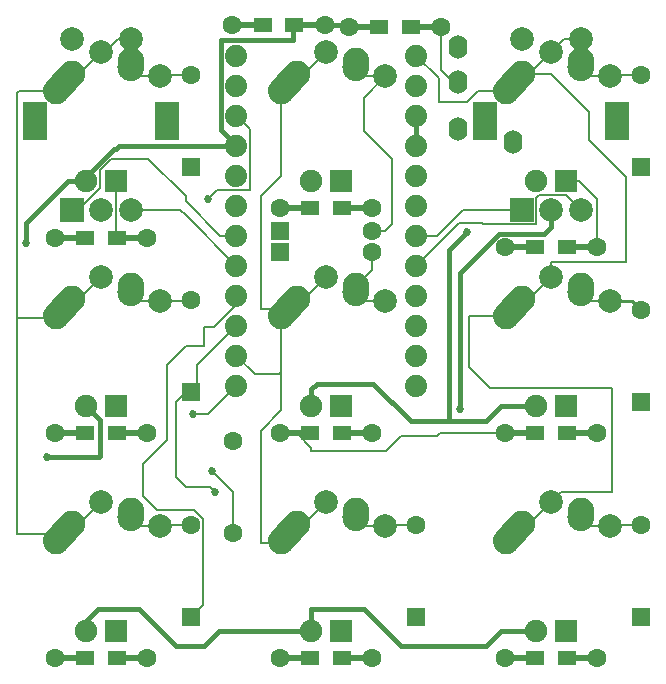
<source format=gtl>
%TF.GenerationSoftware,KiCad,Pcbnew,(5.1.6)-1*%
%TF.CreationDate,2020-12-18T23:07:10-06:00*%
%TF.ProjectId,macropad_3x3,6d616372-6f70-4616-945f-3378332e6b69,rev?*%
%TF.SameCoordinates,Original*%
%TF.FileFunction,Copper,L1,Top*%
%TF.FilePolarity,Positive*%
%FSLAX46Y46*%
G04 Gerber Fmt 4.6, Leading zero omitted, Abs format (unit mm)*
G04 Created by KiCad (PCBNEW (5.1.6)-1) date 2020-12-18 23:07:10*
%MOMM*%
%LPD*%
G01*
G04 APERTURE LIST*
%TA.AperFunction,ComponentPad*%
%ADD10C,2.000000*%
%TD*%
%TA.AperFunction,WasherPad*%
%ADD11R,2.000000X3.200000*%
%TD*%
%TA.AperFunction,ComponentPad*%
%ADD12R,2.000000X2.000000*%
%TD*%
%TA.AperFunction,ComponentPad*%
%ADD13C,1.600000*%
%TD*%
%TA.AperFunction,Conductor*%
%ADD14R,2.900000X0.500000*%
%TD*%
%TA.AperFunction,SMDPad,CuDef*%
%ADD15R,1.500000X1.200000*%
%TD*%
%TA.AperFunction,ComponentPad*%
%ADD16C,2.250000*%
%TD*%
%TA.AperFunction,ComponentPad*%
%ADD17C,1.905000*%
%TD*%
%TA.AperFunction,ComponentPad*%
%ADD18R,1.905000X1.905000*%
%TD*%
%TA.AperFunction,ComponentPad*%
%ADD19R,1.600000X1.600000*%
%TD*%
%TA.AperFunction,ComponentPad*%
%ADD20O,1.600000X2.000000*%
%TD*%
%TA.AperFunction,ComponentPad*%
%ADD21C,1.879600*%
%TD*%
%TA.AperFunction,ViaPad*%
%ADD22C,0.685800*%
%TD*%
%TA.AperFunction,Conductor*%
%ADD23C,0.152400*%
%TD*%
%TA.AperFunction,Conductor*%
%ADD24C,0.254000*%
%TD*%
%TA.AperFunction,Conductor*%
%ADD25C,0.381000*%
%TD*%
G04 APERTURE END LIST*
D10*
%TO.P,RE2,S1*%
%TO.N,col2*%
X72350000Y-24750000D03*
%TO.P,RE2,S2*%
%TO.N,Net-(D3-Pad2)*%
X67350000Y-24750000D03*
D11*
%TO.P,RE2,*%
%TO.N,*%
X75450000Y-31750000D03*
X64250000Y-31750000D03*
D10*
%TO.P,RE2,B*%
%TO.N,encoder2b*%
X72350000Y-39250000D03*
%TO.P,RE2,C*%
%TO.N,GND*%
X69850000Y-39250000D03*
D12*
%TO.P,RE2,A*%
%TO.N,encoder2a*%
X67350000Y-39250000D03*
%TD*%
D13*
%TO.P,R11,1*%
%TO.N,VCC*%
X52705000Y-23812500D03*
%TO.P,R11,2*%
%TO.N,SDA*%
X60505000Y-23812500D03*
D14*
%TD*%
%TO.N,VCC*%
%TO.C,R11*%
X54105000Y-23812500D03*
D15*
%TO.P,R11,1*%
%TO.N,VCC*%
X55255000Y-23812500D03*
%TO.P,R11,2*%
%TO.N,SDA*%
X57955000Y-23812500D03*
D14*
%TD*%
%TO.N,SDA*%
%TO.C,R11*%
X59105000Y-23812500D03*
D13*
%TO.P,R10,1*%
%TO.N,VCC*%
X50662500Y-23622000D03*
%TO.P,R10,2*%
%TO.N,SCL*%
X42862500Y-23622000D03*
D14*
%TD*%
%TO.N,VCC*%
%TO.C,R10*%
X49262500Y-23622000D03*
D15*
%TO.P,R10,1*%
%TO.N,VCC*%
X48112500Y-23622000D03*
%TO.P,R10,2*%
%TO.N,SCL*%
X45412500Y-23622000D03*
D14*
%TD*%
%TO.N,SCL*%
%TO.C,R10*%
X44262500Y-23622000D03*
D13*
%TO.P,R9,1*%
%TO.N,LEDsOut*%
X65950000Y-77216000D03*
%TO.P,R9,2*%
%TO.N,Net-(MX9-Pad4)*%
X73750000Y-77216000D03*
D14*
%TD*%
%TO.N,LEDsOut*%
%TO.C,R9*%
X67350000Y-77216000D03*
D15*
%TO.P,R9,1*%
%TO.N,LEDsOut*%
X68500000Y-77216000D03*
%TO.P,R9,2*%
%TO.N,Net-(MX9-Pad4)*%
X71200000Y-77216000D03*
D14*
%TD*%
%TO.N,Net-(MX9-Pad4)*%
%TO.C,R9*%
X72350000Y-77216000D03*
D13*
%TO.P,R8,1*%
%TO.N,LEDsOut*%
X46900000Y-77216000D03*
%TO.P,R8,2*%
%TO.N,Net-(MX8-Pad4)*%
X54700000Y-77216000D03*
D14*
%TD*%
%TO.N,LEDsOut*%
%TO.C,R8*%
X48300000Y-77216000D03*
D15*
%TO.P,R8,1*%
%TO.N,LEDsOut*%
X49450000Y-77216000D03*
%TO.P,R8,2*%
%TO.N,Net-(MX8-Pad4)*%
X52150000Y-77216000D03*
D14*
%TD*%
%TO.N,Net-(MX8-Pad4)*%
%TO.C,R8*%
X53300000Y-77216000D03*
D13*
%TO.P,R7,1*%
%TO.N,LEDsOut*%
X27850000Y-77216000D03*
%TO.P,R7,2*%
%TO.N,Net-(MX7-Pad4)*%
X35650000Y-77216000D03*
D14*
%TD*%
%TO.N,LEDsOut*%
%TO.C,R7*%
X29250000Y-77216000D03*
D15*
%TO.P,R7,1*%
%TO.N,LEDsOut*%
X30400000Y-77216000D03*
%TO.P,R7,2*%
%TO.N,Net-(MX7-Pad4)*%
X33100000Y-77216000D03*
D14*
%TD*%
%TO.N,Net-(MX7-Pad4)*%
%TO.C,R7*%
X34250000Y-77216000D03*
D13*
%TO.P,R6,1*%
%TO.N,LEDsOut*%
X65950000Y-58166000D03*
%TO.P,R6,2*%
%TO.N,Net-(MX6-Pad4)*%
X73750000Y-58166000D03*
D14*
%TD*%
%TO.N,LEDsOut*%
%TO.C,R6*%
X67350000Y-58166000D03*
D15*
%TO.P,R6,1*%
%TO.N,LEDsOut*%
X68500000Y-58166000D03*
%TO.P,R6,2*%
%TO.N,Net-(MX6-Pad4)*%
X71200000Y-58166000D03*
D14*
%TD*%
%TO.N,Net-(MX6-Pad4)*%
%TO.C,R6*%
X72350000Y-58166000D03*
D13*
%TO.P,R5,1*%
%TO.N,LEDsOut*%
X46900000Y-58166000D03*
%TO.P,R5,2*%
%TO.N,Net-(MX5-Pad4)*%
X54700000Y-58166000D03*
D14*
%TD*%
%TO.N,LEDsOut*%
%TO.C,R5*%
X48300000Y-58166000D03*
D15*
%TO.P,R5,1*%
%TO.N,LEDsOut*%
X49450000Y-58166000D03*
%TO.P,R5,2*%
%TO.N,Net-(MX5-Pad4)*%
X52150000Y-58166000D03*
D14*
%TD*%
%TO.N,Net-(MX5-Pad4)*%
%TO.C,R5*%
X53300000Y-58166000D03*
D13*
%TO.P,R4,1*%
%TO.N,LEDsOut*%
X27850000Y-58166000D03*
%TO.P,R4,2*%
%TO.N,Net-(MX4-Pad4)*%
X35650000Y-58166000D03*
D14*
%TD*%
%TO.N,LEDsOut*%
%TO.C,R4*%
X29250000Y-58166000D03*
D15*
%TO.P,R4,1*%
%TO.N,LEDsOut*%
X30400000Y-58166000D03*
%TO.P,R4,2*%
%TO.N,Net-(MX4-Pad4)*%
X33100000Y-58166000D03*
D14*
%TD*%
%TO.N,Net-(MX4-Pad4)*%
%TO.C,R4*%
X34250000Y-58166000D03*
D13*
%TO.P,R3,1*%
%TO.N,LEDsOut*%
X65950000Y-42418000D03*
%TO.P,R3,2*%
%TO.N,Net-(MX3-Pad4)*%
X73750000Y-42418000D03*
D14*
%TD*%
%TO.N,LEDsOut*%
%TO.C,R3*%
X67350000Y-42418000D03*
D15*
%TO.P,R3,1*%
%TO.N,LEDsOut*%
X68500000Y-42418000D03*
%TO.P,R3,2*%
%TO.N,Net-(MX3-Pad4)*%
X71200000Y-42418000D03*
D14*
%TD*%
%TO.N,Net-(MX3-Pad4)*%
%TO.C,R3*%
X72350000Y-42418000D03*
D13*
%TO.P,R2,1*%
%TO.N,LEDsOut*%
X46900000Y-39116000D03*
%TO.P,R2,2*%
%TO.N,Net-(MX2-Pad4)*%
X54700000Y-39116000D03*
D14*
%TD*%
%TO.N,LEDsOut*%
%TO.C,R2*%
X48300000Y-39116000D03*
D15*
%TO.P,R2,1*%
%TO.N,LEDsOut*%
X49450000Y-39116000D03*
%TO.P,R2,2*%
%TO.N,Net-(MX2-Pad4)*%
X52150000Y-39116000D03*
D14*
%TD*%
%TO.N,Net-(MX2-Pad4)*%
%TO.C,R2*%
X53300000Y-39116000D03*
D13*
%TO.P,R1,1*%
%TO.N,LEDsOut*%
X27850000Y-41656000D03*
%TO.P,R1,2*%
%TO.N,Net-(MX1-Pad4)*%
X35650000Y-41656000D03*
D14*
%TD*%
%TO.N,LEDsOut*%
%TO.C,R1*%
X29250000Y-41656000D03*
D15*
%TO.P,R1,1*%
%TO.N,LEDsOut*%
X30400000Y-41656000D03*
%TO.P,R1,2*%
%TO.N,Net-(MX1-Pad4)*%
X33100000Y-41656000D03*
D14*
%TD*%
%TO.N,Net-(MX1-Pad4)*%
%TO.C,R1*%
X34250000Y-41656000D03*
D13*
%TO.P,RQ1,2*%
%TO.N,GND*%
X42926000Y-58801000D03*
%TO.P,RQ1,1*%
%TO.N,LEDs*%
X42926000Y-66601000D03*
%TD*%
%TO.P,MX6,2*%
%TO.N,Net-(D6-Pad2)*%
%TA.AperFunction,ComponentPad*%
G36*
G01*
X72273483Y-47422395D02*
X72273483Y-47422395D01*
G75*
G02*
X71227605Y-46223483I76517J1122395D01*
G01*
X71267147Y-45643451D01*
G75*
G02*
X72466059Y-44597573I1122395J-76517D01*
G01*
X72466059Y-44597573D01*
G75*
G02*
X73511937Y-45796485I-76517J-1122395D01*
G01*
X73472395Y-46376517D01*
G75*
G02*
X72273483Y-47422395I-1122395J76517D01*
G01*
G37*
%TD.AperFunction*%
D16*
X72390000Y-45720000D03*
%TO.P,MX6,1*%
%TO.N,col2*%
%TA.AperFunction,ComponentPad*%
G36*
G01*
X65288688Y-49097351D02*
X65288688Y-49097350D01*
G75*
G02*
X65202650Y-47508688I751312J837350D01*
G01*
X66512640Y-46048680D01*
G75*
G02*
X68101302Y-45962642I837350J-751312D01*
G01*
X68101302Y-45962642D01*
G75*
G02*
X68187340Y-47551304I-751312J-837350D01*
G01*
X66877350Y-49011312D01*
G75*
G02*
X65288688Y-49097350I-837350J751312D01*
G01*
G37*
%TD.AperFunction*%
X67350000Y-46800000D03*
D10*
%TO.P,MX6,2*%
%TO.N,Net-(D6-Pad2)*%
X74850000Y-47000000D03*
%TO.P,MX6,1*%
%TO.N,col2*%
X69850000Y-44900000D03*
D17*
%TO.P,MX6,3*%
%TO.N,VCC*%
X68580000Y-55880000D03*
D18*
%TO.P,MX6,4*%
%TO.N,Net-(MX6-Pad4)*%
X71120000Y-55880000D03*
%TD*%
%TO.P,MX9,2*%
%TO.N,Net-(D9-Pad2)*%
%TA.AperFunction,ComponentPad*%
G36*
G01*
X72273483Y-66472395D02*
X72273483Y-66472395D01*
G75*
G02*
X71227605Y-65273483I76517J1122395D01*
G01*
X71267147Y-64693451D01*
G75*
G02*
X72466059Y-63647573I1122395J-76517D01*
G01*
X72466059Y-63647573D01*
G75*
G02*
X73511937Y-64846485I-76517J-1122395D01*
G01*
X73472395Y-65426517D01*
G75*
G02*
X72273483Y-66472395I-1122395J76517D01*
G01*
G37*
%TD.AperFunction*%
D16*
X72390000Y-64770000D03*
%TO.P,MX9,1*%
%TO.N,col2*%
%TA.AperFunction,ComponentPad*%
G36*
G01*
X65288688Y-68147351D02*
X65288688Y-68147350D01*
G75*
G02*
X65202650Y-66558688I751312J837350D01*
G01*
X66512640Y-65098680D01*
G75*
G02*
X68101302Y-65012642I837350J-751312D01*
G01*
X68101302Y-65012642D01*
G75*
G02*
X68187340Y-66601304I-751312J-837350D01*
G01*
X66877350Y-68061312D01*
G75*
G02*
X65288688Y-68147350I-837350J751312D01*
G01*
G37*
%TD.AperFunction*%
X67350000Y-65850000D03*
D10*
%TO.P,MX9,2*%
%TO.N,Net-(D9-Pad2)*%
X74850000Y-66050000D03*
%TO.P,MX9,1*%
%TO.N,col2*%
X69850000Y-63950000D03*
D17*
%TO.P,MX9,3*%
%TO.N,VCC*%
X68580000Y-74930000D03*
D18*
%TO.P,MX9,4*%
%TO.N,Net-(MX9-Pad4)*%
X71120000Y-74930000D03*
%TD*%
%TO.P,MX8,2*%
%TO.N,Net-(D8-Pad2)*%
%TA.AperFunction,ComponentPad*%
G36*
G01*
X53223483Y-66472395D02*
X53223483Y-66472395D01*
G75*
G02*
X52177605Y-65273483I76517J1122395D01*
G01*
X52217147Y-64693451D01*
G75*
G02*
X53416059Y-63647573I1122395J-76517D01*
G01*
X53416059Y-63647573D01*
G75*
G02*
X54461937Y-64846485I-76517J-1122395D01*
G01*
X54422395Y-65426517D01*
G75*
G02*
X53223483Y-66472395I-1122395J76517D01*
G01*
G37*
%TD.AperFunction*%
D16*
X53340000Y-64770000D03*
%TO.P,MX8,1*%
%TO.N,col1*%
%TA.AperFunction,ComponentPad*%
G36*
G01*
X46238688Y-68147351D02*
X46238688Y-68147350D01*
G75*
G02*
X46152650Y-66558688I751312J837350D01*
G01*
X47462640Y-65098680D01*
G75*
G02*
X49051302Y-65012642I837350J-751312D01*
G01*
X49051302Y-65012642D01*
G75*
G02*
X49137340Y-66601304I-751312J-837350D01*
G01*
X47827350Y-68061312D01*
G75*
G02*
X46238688Y-68147350I-837350J751312D01*
G01*
G37*
%TD.AperFunction*%
X48300000Y-65850000D03*
D10*
%TO.P,MX8,2*%
%TO.N,Net-(D8-Pad2)*%
X55800000Y-66050000D03*
%TO.P,MX8,1*%
%TO.N,col1*%
X50800000Y-63950000D03*
D17*
%TO.P,MX8,3*%
%TO.N,VCC*%
X49530000Y-74930000D03*
D18*
%TO.P,MX8,4*%
%TO.N,Net-(MX8-Pad4)*%
X52070000Y-74930000D03*
%TD*%
%TO.P,MX7,2*%
%TO.N,Net-(D7-Pad2)*%
%TA.AperFunction,ComponentPad*%
G36*
G01*
X34173483Y-66472395D02*
X34173483Y-66472395D01*
G75*
G02*
X33127605Y-65273483I76517J1122395D01*
G01*
X33167147Y-64693451D01*
G75*
G02*
X34366059Y-63647573I1122395J-76517D01*
G01*
X34366059Y-63647573D01*
G75*
G02*
X35411937Y-64846485I-76517J-1122395D01*
G01*
X35372395Y-65426517D01*
G75*
G02*
X34173483Y-66472395I-1122395J76517D01*
G01*
G37*
%TD.AperFunction*%
D16*
X34290000Y-64770000D03*
%TO.P,MX7,1*%
%TO.N,col0*%
%TA.AperFunction,ComponentPad*%
G36*
G01*
X27188688Y-68147351D02*
X27188688Y-68147350D01*
G75*
G02*
X27102650Y-66558688I751312J837350D01*
G01*
X28412640Y-65098680D01*
G75*
G02*
X30001302Y-65012642I837350J-751312D01*
G01*
X30001302Y-65012642D01*
G75*
G02*
X30087340Y-66601304I-751312J-837350D01*
G01*
X28777350Y-68061312D01*
G75*
G02*
X27188688Y-68147350I-837350J751312D01*
G01*
G37*
%TD.AperFunction*%
X29250000Y-65850000D03*
D10*
%TO.P,MX7,2*%
%TO.N,Net-(D7-Pad2)*%
X36750000Y-66050000D03*
%TO.P,MX7,1*%
%TO.N,col0*%
X31750000Y-63950000D03*
D17*
%TO.P,MX7,3*%
%TO.N,VCC*%
X30480000Y-74930000D03*
D18*
%TO.P,MX7,4*%
%TO.N,Net-(MX7-Pad4)*%
X33020000Y-74930000D03*
%TD*%
%TO.P,MX5,2*%
%TO.N,Net-(D5-Pad2)*%
%TA.AperFunction,ComponentPad*%
G36*
G01*
X53223483Y-47422395D02*
X53223483Y-47422395D01*
G75*
G02*
X52177605Y-46223483I76517J1122395D01*
G01*
X52217147Y-45643451D01*
G75*
G02*
X53416059Y-44597573I1122395J-76517D01*
G01*
X53416059Y-44597573D01*
G75*
G02*
X54461937Y-45796485I-76517J-1122395D01*
G01*
X54422395Y-46376517D01*
G75*
G02*
X53223483Y-47422395I-1122395J76517D01*
G01*
G37*
%TD.AperFunction*%
D16*
X53340000Y-45720000D03*
%TO.P,MX5,1*%
%TO.N,col1*%
%TA.AperFunction,ComponentPad*%
G36*
G01*
X46238688Y-49097351D02*
X46238688Y-49097350D01*
G75*
G02*
X46152650Y-47508688I751312J837350D01*
G01*
X47462640Y-46048680D01*
G75*
G02*
X49051302Y-45962642I837350J-751312D01*
G01*
X49051302Y-45962642D01*
G75*
G02*
X49137340Y-47551304I-751312J-837350D01*
G01*
X47827350Y-49011312D01*
G75*
G02*
X46238688Y-49097350I-837350J751312D01*
G01*
G37*
%TD.AperFunction*%
X48300000Y-46800000D03*
D10*
%TO.P,MX5,2*%
%TO.N,Net-(D5-Pad2)*%
X55800000Y-47000000D03*
%TO.P,MX5,1*%
%TO.N,col1*%
X50800000Y-44900000D03*
D17*
%TO.P,MX5,3*%
%TO.N,VCC*%
X49530000Y-55880000D03*
D18*
%TO.P,MX5,4*%
%TO.N,Net-(MX5-Pad4)*%
X52070000Y-55880000D03*
%TD*%
%TO.P,MX4,2*%
%TO.N,Net-(D4-Pad2)*%
%TA.AperFunction,ComponentPad*%
G36*
G01*
X34173483Y-47422395D02*
X34173483Y-47422395D01*
G75*
G02*
X33127605Y-46223483I76517J1122395D01*
G01*
X33167147Y-45643451D01*
G75*
G02*
X34366059Y-44597573I1122395J-76517D01*
G01*
X34366059Y-44597573D01*
G75*
G02*
X35411937Y-45796485I-76517J-1122395D01*
G01*
X35372395Y-46376517D01*
G75*
G02*
X34173483Y-47422395I-1122395J76517D01*
G01*
G37*
%TD.AperFunction*%
D16*
X34290000Y-45720000D03*
%TO.P,MX4,1*%
%TO.N,col0*%
%TA.AperFunction,ComponentPad*%
G36*
G01*
X27188688Y-49097351D02*
X27188688Y-49097350D01*
G75*
G02*
X27102650Y-47508688I751312J837350D01*
G01*
X28412640Y-46048680D01*
G75*
G02*
X30001302Y-45962642I837350J-751312D01*
G01*
X30001302Y-45962642D01*
G75*
G02*
X30087340Y-47551304I-751312J-837350D01*
G01*
X28777350Y-49011312D01*
G75*
G02*
X27188688Y-49097350I-837350J751312D01*
G01*
G37*
%TD.AperFunction*%
X29250000Y-46800000D03*
D10*
%TO.P,MX4,2*%
%TO.N,Net-(D4-Pad2)*%
X36750000Y-47000000D03*
%TO.P,MX4,1*%
%TO.N,col0*%
X31750000Y-44900000D03*
D17*
%TO.P,MX4,3*%
%TO.N,VCC*%
X30480000Y-55880000D03*
D18*
%TO.P,MX4,4*%
%TO.N,Net-(MX4-Pad4)*%
X33020000Y-55880000D03*
%TD*%
%TO.P,MX3,2*%
%TO.N,Net-(D3-Pad2)*%
%TA.AperFunction,ComponentPad*%
G36*
G01*
X72273483Y-28372395D02*
X72273483Y-28372395D01*
G75*
G02*
X71227605Y-27173483I76517J1122395D01*
G01*
X71267147Y-26593451D01*
G75*
G02*
X72466059Y-25547573I1122395J-76517D01*
G01*
X72466059Y-25547573D01*
G75*
G02*
X73511937Y-26746485I-76517J-1122395D01*
G01*
X73472395Y-27326517D01*
G75*
G02*
X72273483Y-28372395I-1122395J76517D01*
G01*
G37*
%TD.AperFunction*%
D16*
X72390000Y-26670000D03*
%TO.P,MX3,1*%
%TO.N,col2*%
%TA.AperFunction,ComponentPad*%
G36*
G01*
X65288688Y-30047351D02*
X65288688Y-30047350D01*
G75*
G02*
X65202650Y-28458688I751312J837350D01*
G01*
X66512640Y-26998680D01*
G75*
G02*
X68101302Y-26912642I837350J-751312D01*
G01*
X68101302Y-26912642D01*
G75*
G02*
X68187340Y-28501304I-751312J-837350D01*
G01*
X66877350Y-29961312D01*
G75*
G02*
X65288688Y-30047350I-837350J751312D01*
G01*
G37*
%TD.AperFunction*%
X67350000Y-27750000D03*
D10*
%TO.P,MX3,2*%
%TO.N,Net-(D3-Pad2)*%
X74850000Y-27950000D03*
%TO.P,MX3,1*%
%TO.N,col2*%
X69850000Y-25850000D03*
D17*
%TO.P,MX3,3*%
%TO.N,VCC*%
X68580000Y-36830000D03*
D18*
%TO.P,MX3,4*%
%TO.N,Net-(MX3-Pad4)*%
X71120000Y-36830000D03*
%TD*%
%TO.P,MX2,2*%
%TO.N,Net-(D2-Pad2)*%
%TA.AperFunction,ComponentPad*%
G36*
G01*
X53223483Y-28372395D02*
X53223483Y-28372395D01*
G75*
G02*
X52177605Y-27173483I76517J1122395D01*
G01*
X52217147Y-26593451D01*
G75*
G02*
X53416059Y-25547573I1122395J-76517D01*
G01*
X53416059Y-25547573D01*
G75*
G02*
X54461937Y-26746485I-76517J-1122395D01*
G01*
X54422395Y-27326517D01*
G75*
G02*
X53223483Y-28372395I-1122395J76517D01*
G01*
G37*
%TD.AperFunction*%
D16*
X53340000Y-26670000D03*
%TO.P,MX2,1*%
%TO.N,col1*%
%TA.AperFunction,ComponentPad*%
G36*
G01*
X46238688Y-30047351D02*
X46238688Y-30047350D01*
G75*
G02*
X46152650Y-28458688I751312J837350D01*
G01*
X47462640Y-26998680D01*
G75*
G02*
X49051302Y-26912642I837350J-751312D01*
G01*
X49051302Y-26912642D01*
G75*
G02*
X49137340Y-28501304I-751312J-837350D01*
G01*
X47827350Y-29961312D01*
G75*
G02*
X46238688Y-30047350I-837350J751312D01*
G01*
G37*
%TD.AperFunction*%
X48300000Y-27750000D03*
D10*
%TO.P,MX2,2*%
%TO.N,Net-(D2-Pad2)*%
X55800000Y-27950000D03*
%TO.P,MX2,1*%
%TO.N,col1*%
X50800000Y-25850000D03*
D17*
%TO.P,MX2,3*%
%TO.N,VCC*%
X49530000Y-36830000D03*
D18*
%TO.P,MX2,4*%
%TO.N,Net-(MX2-Pad4)*%
X52070000Y-36830000D03*
%TD*%
%TO.P,MX1,2*%
%TO.N,Net-(D1-Pad2)*%
%TA.AperFunction,ComponentPad*%
G36*
G01*
X34173483Y-28372395D02*
X34173483Y-28372395D01*
G75*
G02*
X33127605Y-27173483I76517J1122395D01*
G01*
X33167147Y-26593451D01*
G75*
G02*
X34366059Y-25547573I1122395J-76517D01*
G01*
X34366059Y-25547573D01*
G75*
G02*
X35411937Y-26746485I-76517J-1122395D01*
G01*
X35372395Y-27326517D01*
G75*
G02*
X34173483Y-28372395I-1122395J76517D01*
G01*
G37*
%TD.AperFunction*%
D16*
X34290000Y-26670000D03*
%TO.P,MX1,1*%
%TO.N,col0*%
%TA.AperFunction,ComponentPad*%
G36*
G01*
X27188688Y-30047351D02*
X27188688Y-30047350D01*
G75*
G02*
X27102650Y-28458688I751312J837350D01*
G01*
X28412640Y-26998680D01*
G75*
G02*
X30001302Y-26912642I837350J-751312D01*
G01*
X30001302Y-26912642D01*
G75*
G02*
X30087340Y-28501304I-751312J-837350D01*
G01*
X28777350Y-29961312D01*
G75*
G02*
X27188688Y-30047350I-837350J751312D01*
G01*
G37*
%TD.AperFunction*%
X29250000Y-27750000D03*
D10*
%TO.P,MX1,2*%
%TO.N,Net-(D1-Pad2)*%
X36750000Y-27950000D03*
%TO.P,MX1,1*%
%TO.N,col0*%
X31750000Y-25850000D03*
D17*
%TO.P,MX1,3*%
%TO.N,VCC*%
X30480000Y-36830000D03*
D18*
%TO.P,MX1,4*%
%TO.N,Net-(MX1-Pad4)*%
X33020000Y-36830000D03*
%TD*%
D19*
%TO.P,D9,1*%
%TO.N,row2*%
X77470000Y-73750000D03*
D13*
%TO.P,D9,2*%
%TO.N,Net-(D9-Pad2)*%
X77470000Y-65950000D03*
%TD*%
D19*
%TO.P,D8,1*%
%TO.N,row2*%
X58420000Y-73750000D03*
D13*
%TO.P,D8,2*%
%TO.N,Net-(D8-Pad2)*%
X58420000Y-65950000D03*
%TD*%
D19*
%TO.P,D7,1*%
%TO.N,row2*%
X39370000Y-73750000D03*
D13*
%TO.P,D7,2*%
%TO.N,Net-(D7-Pad2)*%
X39370000Y-65950000D03*
%TD*%
D19*
%TO.P,D6,1*%
%TO.N,row1*%
X77470000Y-55562500D03*
D13*
%TO.P,D6,2*%
%TO.N,Net-(D6-Pad2)*%
X77470000Y-47762500D03*
%TD*%
D19*
%TO.P,D5,1*%
%TO.N,row1*%
X46900000Y-42862500D03*
D13*
%TO.P,D5,2*%
%TO.N,Net-(D5-Pad2)*%
X54700000Y-42862500D03*
%TD*%
D19*
%TO.P,D4,1*%
%TO.N,row1*%
X39370000Y-54700000D03*
D13*
%TO.P,D4,2*%
%TO.N,Net-(D4-Pad2)*%
X39370000Y-46900000D03*
%TD*%
D19*
%TO.P,D3,1*%
%TO.N,row0*%
X77470000Y-35650000D03*
D13*
%TO.P,D3,2*%
%TO.N,Net-(D3-Pad2)*%
X77470000Y-27850000D03*
%TD*%
D19*
%TO.P,D2,1*%
%TO.N,row0*%
X46900000Y-41021000D03*
D13*
%TO.P,D2,2*%
%TO.N,Net-(D2-Pad2)*%
X54700000Y-41021000D03*
%TD*%
D19*
%TO.P,D1,1*%
%TO.N,row0*%
X39370000Y-35650000D03*
D13*
%TO.P,D1,2*%
%TO.N,Net-(D1-Pad2)*%
X39370000Y-27850000D03*
%TD*%
D20*
%TO.P,U1,1*%
%TO.N,VCC*%
X66593750Y-33525000D03*
%TO.P,U1,2*%
%TO.N,SCL*%
X61993750Y-32425000D03*
%TO.P,U1,4*%
%TO.N,GND*%
X61993750Y-25425000D03*
%TO.P,U1,3*%
%TO.N,SDA*%
X61993750Y-28425000D03*
%TD*%
D10*
%TO.P,RE1,S1*%
%TO.N,col0*%
X34250000Y-24750000D03*
%TO.P,RE1,S2*%
%TO.N,Net-(D1-Pad2)*%
X29250000Y-24750000D03*
D11*
%TO.P,RE1,*%
%TO.N,*%
X37350000Y-31750000D03*
X26150000Y-31750000D03*
D10*
%TO.P,RE1,B*%
%TO.N,encoder1b*%
X34250000Y-39250000D03*
%TO.P,RE1,C*%
%TO.N,GND*%
X31750000Y-39250000D03*
D12*
%TO.P,RE1,A*%
%TO.N,encoder1a*%
X29250000Y-39250000D03*
%TD*%
D21*
%TO.P,B1,24*%
%TO.N,RAW*%
X43180000Y-26193750D03*
%TO.P,B1,23*%
%TO.N,GND*%
X43180000Y-28733750D03*
%TO.P,B1,22*%
%TO.N,Net-(B1-Pad22)*%
X43180000Y-31273750D03*
%TO.P,B1,21*%
%TO.N,VCC*%
X43180000Y-33813750D03*
%TO.P,B1,20*%
%TO.N,col0*%
X43180000Y-36353750D03*
%TO.P,B1,19*%
%TO.N,row0*%
X43180000Y-38893750D03*
%TO.P,B1,18*%
%TO.N,encoder1a*%
X43180000Y-41433750D03*
%TO.P,B1,17*%
%TO.N,encoder1b*%
X43180000Y-43973750D03*
%TO.P,B1,16*%
%TO.N,row2*%
X43180000Y-46513750D03*
%TO.P,B1,15*%
%TO.N,row1*%
X43180000Y-49053750D03*
%TO.P,B1,14*%
%TO.N,col1*%
X43180000Y-51593750D03*
%TO.P,B1,13*%
%TO.N,LEDs*%
X43180000Y-54133750D03*
%TO.P,B1,12*%
%TO.N,col3*%
X58420000Y-54133750D03*
%TO.P,B1,11*%
%TO.N,row3*%
X58420000Y-51593750D03*
%TO.P,B1,10*%
%TO.N,row5*%
X58420000Y-49053750D03*
%TO.P,B1,9*%
%TO.N,row4*%
X58420000Y-46513750D03*
%TO.P,B1,8*%
%TO.N,encoder2b*%
X58420000Y-43973750D03*
%TO.P,B1,7*%
%TO.N,encoder2a*%
X58420000Y-41433750D03*
%TO.P,B1,6*%
%TO.N,SCL*%
X58420000Y-38893750D03*
%TO.P,B1,5*%
%TO.N,SDA*%
X58420000Y-36353750D03*
%TO.P,B1,4*%
%TO.N,GND*%
X58420000Y-33813750D03*
%TO.P,B1,3*%
X58420000Y-31273750D03*
%TO.P,B1,2*%
%TO.N,RGB_leds*%
X58420000Y-28733750D03*
%TO.P,B1,1*%
%TO.N,col2*%
X58420000Y-26193750D03*
%TD*%
D22*
%TO.N,Net-(B1-Pad22)*%
X40767000Y-38354000D03*
%TO.N,row1*%
X41402000Y-63119000D03*
%TO.N,GND*%
X62103000Y-56134000D03*
%TO.N,LEDs*%
X39497000Y-56515000D03*
X41148000Y-61341000D03*
%TO.N,VCC*%
X25400000Y-42068750D03*
X27168842Y-60143658D03*
X62738000Y-41148000D03*
%TD*%
D23*
%TO.N,Net-(B1-Pad22)*%
X44348401Y-32442151D02*
X44348401Y-37566599D01*
X43180000Y-31273750D02*
X44348401Y-32442151D01*
X44348401Y-37566599D02*
X41554401Y-37566599D01*
X41554401Y-37566599D02*
X40767000Y-38354000D01*
X40767000Y-38354000D02*
X40767000Y-38354000D01*
%TO.N,col2*%
X67950000Y-27750000D02*
X67350000Y-27750000D01*
X69850000Y-25850000D02*
X67950000Y-27750000D01*
X70950000Y-24750000D02*
X72350000Y-24750000D01*
X69850000Y-25850000D02*
X70950000Y-24750000D01*
X67950000Y-65850000D02*
X67350000Y-65850000D01*
X69850000Y-63950000D02*
X67950000Y-65850000D01*
X67950000Y-46800000D02*
X67350000Y-46800000D01*
X69850000Y-44900000D02*
X67950000Y-46800000D01*
X66040000Y-48260000D02*
X62865000Y-48260000D01*
X62865000Y-48260000D02*
X62865000Y-52546250D01*
X64690149Y-54371399D02*
X75008899Y-54371399D01*
X62865000Y-52546250D02*
X64690149Y-54371399D01*
X75008899Y-54371399D02*
X75008899Y-63103601D01*
X70696399Y-63103601D02*
X69850000Y-63950000D01*
X75008899Y-63103601D02*
X70696399Y-63103601D01*
X66040000Y-29210000D02*
X63658750Y-29210000D01*
X63658750Y-29210000D02*
X62706250Y-30162500D01*
X62706250Y-30162500D02*
X60325000Y-30162500D01*
X60325000Y-28098750D02*
X58420000Y-26193750D01*
X60325000Y-30162500D02*
X60325000Y-28098750D01*
X69850000Y-44900000D02*
X69850000Y-43656250D01*
X69850000Y-43656250D02*
X76200000Y-43656250D01*
X76200000Y-43656250D02*
X76200000Y-36512500D01*
X69087500Y-27750000D02*
X69818750Y-27750000D01*
X69087500Y-27750000D02*
X67350000Y-27750000D01*
X69139302Y-27750000D02*
X69087500Y-27750000D01*
X69818750Y-27750000D02*
X72231250Y-30162500D01*
X72231250Y-30162500D02*
X73025000Y-30956250D01*
X76200000Y-36512500D02*
X73025000Y-33337500D01*
X73025000Y-30956250D02*
X73025000Y-33337500D01*
%TO.N,col0*%
X34250000Y-24750000D02*
X33193750Y-24750000D01*
X32093750Y-25850000D02*
X31750000Y-25850000D01*
X33193750Y-24750000D02*
X32093750Y-25850000D01*
X29850000Y-27750000D02*
X29250000Y-27750000D01*
X31750000Y-25850000D02*
X29850000Y-27750000D01*
X27940000Y-29210000D02*
X24765000Y-29210000D01*
X24765000Y-29210000D02*
X24606250Y-29368750D01*
X24606250Y-29368750D02*
X24606250Y-48418750D01*
X27781250Y-48418750D02*
X27940000Y-48260000D01*
X24606250Y-48418750D02*
X27781250Y-48418750D01*
X29850000Y-46800000D02*
X29250000Y-46800000D01*
X31750000Y-44900000D02*
X29850000Y-46800000D01*
X29850000Y-65850000D02*
X29250000Y-65850000D01*
X31750000Y-63950000D02*
X29850000Y-65850000D01*
X24606250Y-48418750D02*
X24606250Y-66675000D01*
X27305000Y-66675000D02*
X27940000Y-67310000D01*
X24606250Y-66675000D02*
X27305000Y-66675000D01*
%TO.N,col1*%
X46990000Y-56197500D02*
X45243750Y-57943750D01*
X45243750Y-57943750D02*
X45243750Y-67468750D01*
X46831250Y-67468750D02*
X46990000Y-67310000D01*
X45243750Y-67468750D02*
X46831250Y-67468750D01*
X48900000Y-65850000D02*
X48300000Y-65850000D01*
X50800000Y-63950000D02*
X48900000Y-65850000D01*
X48900000Y-46800000D02*
X48300000Y-46800000D01*
X50800000Y-44900000D02*
X48900000Y-46800000D01*
X48900000Y-27750000D02*
X48300000Y-27750000D01*
X50800000Y-25850000D02*
X48900000Y-27750000D01*
X46990000Y-29210000D02*
X46990000Y-36353750D01*
X46990000Y-36353750D02*
X45243750Y-38100000D01*
X45243750Y-38100000D02*
X45243750Y-47625000D01*
X46355000Y-47625000D02*
X46990000Y-48260000D01*
X45243750Y-47625000D02*
X46355000Y-47625000D01*
X43180000Y-51593750D02*
X44767500Y-53181250D01*
X46831250Y-53181250D02*
X46990000Y-53022500D01*
X44767500Y-53181250D02*
X46831250Y-53181250D01*
X46990000Y-48260000D02*
X46990000Y-53022500D01*
X46990000Y-53022500D02*
X46990000Y-56197500D01*
%TO.N,row2*%
X37306250Y-52387500D02*
X38893750Y-50800000D01*
X38893750Y-50800000D02*
X40481250Y-50800000D01*
X40481250Y-50800000D02*
X40481250Y-49212500D01*
X41292016Y-49212500D02*
X40481250Y-49212500D01*
X43180000Y-47324516D02*
X41292016Y-49212500D01*
X43180000Y-46513750D02*
X43180000Y-47324516D01*
X40398601Y-65456271D02*
X39585330Y-64643000D01*
X39370000Y-73750000D02*
X40398601Y-72721399D01*
X40398601Y-72721399D02*
X40398601Y-65456271D01*
X39585330Y-64643000D02*
X36449000Y-64643000D01*
X36449000Y-64643000D02*
X35306000Y-63500000D01*
X35306000Y-60769500D02*
X37306250Y-58769250D01*
X35306000Y-63500000D02*
X35306000Y-60769500D01*
X37306250Y-58769250D02*
X37306250Y-52387500D01*
%TO.N,row1*%
X39370000Y-54700000D02*
X39756250Y-54700000D01*
X43180000Y-49053750D02*
X39846250Y-52387500D01*
X39846250Y-54223750D02*
X39370000Y-54700000D01*
X39846250Y-52387500D02*
X39846250Y-54223750D01*
X39370000Y-54700000D02*
X38962500Y-54700000D01*
X38962500Y-54700000D02*
X38100000Y-55562500D01*
X38100000Y-55562500D02*
X38100000Y-61912500D01*
X38100000Y-61912500D02*
X38893750Y-62706250D01*
X40989250Y-62706250D02*
X41402000Y-63119000D01*
X38893750Y-62706250D02*
X40989250Y-62706250D01*
%TO.N,row0*%
X39687500Y-35967500D02*
X39370000Y-35650000D01*
%TO.N,Net-(D1-Pad2)*%
X36850000Y-27850000D02*
X36750000Y-27950000D01*
X39370000Y-27850000D02*
X36850000Y-27850000D01*
X34950000Y-27950000D02*
X34250000Y-27250000D01*
X36750000Y-27950000D02*
X34950000Y-27950000D01*
%TO.N,Net-(D2-Pad2)*%
X54700000Y-41021000D02*
X55816500Y-41021000D01*
X55816500Y-41021000D02*
X56356250Y-40481250D01*
X56356250Y-40481250D02*
X56356250Y-34925000D01*
X56356250Y-34925000D02*
X53975000Y-32543750D01*
X53975000Y-29775000D02*
X55800000Y-27950000D01*
X53975000Y-32543750D02*
X53975000Y-29775000D01*
X54000000Y-27950000D02*
X53300000Y-27250000D01*
X55800000Y-27950000D02*
X54000000Y-27950000D01*
%TO.N,Net-(D3-Pad2)*%
X74950000Y-27850000D02*
X74850000Y-27950000D01*
X77470000Y-27850000D02*
X74950000Y-27850000D01*
X73050000Y-27950000D02*
X72350000Y-27250000D01*
X74850000Y-27950000D02*
X73050000Y-27950000D01*
%TO.N,Net-(D4-Pad2)*%
X39270000Y-47000000D02*
X39370000Y-46900000D01*
X36750000Y-47000000D02*
X39270000Y-47000000D01*
X34950000Y-47000000D02*
X34250000Y-46300000D01*
X36750000Y-47000000D02*
X34950000Y-47000000D01*
%TO.N,Net-(D5-Pad2)*%
X54000000Y-47000000D02*
X53300000Y-46300000D01*
X55800000Y-47000000D02*
X54000000Y-47000000D01*
X54700000Y-44360000D02*
X53340000Y-45720000D01*
X54700000Y-42862500D02*
X54700000Y-44360000D01*
%TO.N,Net-(D6-Pad2)*%
X74950000Y-46900000D02*
X74850000Y-47000000D01*
X73050000Y-47000000D02*
X72350000Y-46300000D01*
X74850000Y-47000000D02*
X73050000Y-47000000D01*
D24*
X76707500Y-47000000D02*
X77470000Y-47762500D01*
X74850000Y-47000000D02*
X76707500Y-47000000D01*
D23*
%TO.N,Net-(D7-Pad2)*%
X36850000Y-65950000D02*
X36750000Y-66050000D01*
X39370000Y-65950000D02*
X36850000Y-65950000D01*
X34950000Y-66050000D02*
X34250000Y-65350000D01*
X36750000Y-66050000D02*
X34950000Y-66050000D01*
%TO.N,Net-(D8-Pad2)*%
X55900000Y-65950000D02*
X55800000Y-66050000D01*
X58420000Y-65950000D02*
X55900000Y-65950000D01*
X54000000Y-66050000D02*
X53300000Y-65350000D01*
X55800000Y-66050000D02*
X54000000Y-66050000D01*
%TO.N,Net-(D9-Pad2)*%
X74950000Y-65950000D02*
X74850000Y-66050000D01*
X77470000Y-65950000D02*
X74950000Y-65950000D01*
X73050000Y-66050000D02*
X72350000Y-65350000D01*
X74850000Y-66050000D02*
X73050000Y-66050000D01*
D25*
%TO.N,GND*%
X58420000Y-31273750D02*
X58420000Y-33813750D01*
D23*
X61993750Y-25425000D02*
X61937500Y-25425000D01*
D25*
X65401407Y-41275099D02*
X62103000Y-44573506D01*
X69239114Y-41275099D02*
X65401407Y-41275099D01*
X69850000Y-39250000D02*
X69850000Y-40664213D01*
X69850000Y-40664213D02*
X69239114Y-41275099D01*
X62103000Y-44573506D02*
X62103000Y-56134000D01*
X62103000Y-56134000D02*
X62103000Y-56134000D01*
D23*
%TO.N,SDA*%
X60325000Y-23749000D02*
X60325000Y-24288750D01*
D24*
X60505000Y-23812500D02*
X60505000Y-23936250D01*
D23*
X61846451Y-28780609D02*
X62141049Y-28780609D01*
X62141049Y-28780609D02*
X62245204Y-28676454D01*
X60505000Y-27439158D02*
X61846451Y-28780609D01*
X60505000Y-23812500D02*
X60505000Y-27439158D01*
D24*
X62478750Y-27940000D02*
X61993750Y-28425000D01*
D23*
%TO.N,encoder1a*%
X38815149Y-38021399D02*
X38893750Y-38100000D01*
X41796434Y-41433750D02*
X43180000Y-41433750D01*
X38893750Y-38531066D02*
X41796434Y-41433750D01*
X38893750Y-38100000D02*
X38893750Y-38531066D01*
X29808030Y-39250000D02*
X29250000Y-39250000D01*
X38893750Y-38100000D02*
X35718750Y-34925000D01*
X35718750Y-34925000D02*
X32608518Y-34925000D01*
X32608518Y-34925000D02*
X31661101Y-35872417D01*
X31661101Y-35872417D02*
X31661101Y-37396929D01*
X31661101Y-37396929D02*
X29808030Y-39250000D01*
%TO.N,encoder1b*%
X34250000Y-39250000D02*
X38456250Y-39250000D01*
X38456250Y-39250000D02*
X38893750Y-39687500D01*
X38893750Y-39687500D02*
X43180000Y-43973750D01*
%TO.N,LEDs*%
X43180000Y-54133750D02*
X40798750Y-56515000D01*
X40798750Y-56515000D02*
X39497000Y-56515000D01*
X39497000Y-56515000D02*
X39497000Y-56515000D01*
X42926000Y-63119000D02*
X42926000Y-66601000D01*
X41148000Y-61341000D02*
X42926000Y-63119000D01*
%TO.N,encoder2b*%
X58346251Y-43900001D02*
X58420000Y-43973750D01*
X61912500Y-40481250D02*
X61864875Y-40528875D01*
X61864875Y-40528875D02*
X58420000Y-43973750D01*
X64008000Y-40386000D02*
X62007750Y-40386000D01*
X64100601Y-40478601D02*
X64008000Y-40386000D01*
X68532881Y-40478601D02*
X64100601Y-40478601D01*
X62007750Y-40386000D02*
X61864875Y-40528875D01*
X68578601Y-40432881D02*
X68532881Y-40478601D01*
X68578601Y-38228399D02*
X68578601Y-40432881D01*
X68785601Y-38021399D02*
X68578601Y-38228399D01*
X71121399Y-38021399D02*
X68785601Y-38021399D01*
X72350000Y-39250000D02*
X71121399Y-38021399D01*
%TO.N,encoder2a*%
X58420000Y-41433750D02*
X60166250Y-41433750D01*
X62350000Y-39250000D02*
X67350000Y-39250000D01*
X60166250Y-41433750D02*
X62350000Y-39250000D01*
%TO.N,VCC*%
X49212500Y-74612500D02*
X49530000Y-74930000D01*
X30480000Y-74930000D02*
X30480000Y-74295000D01*
X49530000Y-55245000D02*
X49530000Y-55880000D01*
X25400000Y-42068750D02*
X25400000Y-42068750D01*
X30480000Y-36830000D02*
X30480000Y-36622452D01*
D25*
X43180000Y-33813750D02*
X41897299Y-32531049D01*
X30480000Y-36449000D02*
X30480000Y-36830000D01*
X32842199Y-34086801D02*
X30480000Y-36449000D01*
X33015651Y-34086801D02*
X32842199Y-34086801D01*
X43180000Y-33813750D02*
X33288702Y-33813750D01*
X33288702Y-33813750D02*
X33015651Y-34086801D01*
X30480000Y-36830000D02*
X28956000Y-36830000D01*
X25400000Y-40386000D02*
X25400000Y-42068750D01*
X28956000Y-36830000D02*
X25400000Y-40386000D01*
X31623000Y-57023000D02*
X30480000Y-55880000D01*
X31623000Y-60071000D02*
X31623000Y-57023000D01*
X27168842Y-60143658D02*
X31550342Y-60143658D01*
X31550342Y-60143658D02*
X31623000Y-60071000D01*
X31496000Y-73025000D02*
X34925000Y-73025000D01*
X30480000Y-74930000D02*
X30480000Y-74041000D01*
X34925000Y-73025000D02*
X38100000Y-76200000D01*
X30480000Y-74041000D02*
X31496000Y-73025000D01*
X38100000Y-76200000D02*
X40481250Y-76200000D01*
X40481250Y-76200000D02*
X41751250Y-74930000D01*
X41751250Y-74930000D02*
X49530000Y-74930000D01*
X49530000Y-74930000D02*
X49530000Y-73025000D01*
X49530000Y-73025000D02*
X53975000Y-73025000D01*
X53975000Y-73025000D02*
X57150000Y-76200000D01*
X57150000Y-76200000D02*
X64293750Y-76200000D01*
X64293750Y-76200000D02*
X65563750Y-74930000D01*
X65563750Y-74930000D02*
X68580000Y-74930000D01*
X65563750Y-55880000D02*
X68580000Y-55880000D01*
X64293750Y-57150000D02*
X65563750Y-55880000D01*
X49530000Y-54451250D02*
X50006250Y-53975000D01*
X50006250Y-53975000D02*
X54768750Y-53975000D01*
X49530000Y-55880000D02*
X49530000Y-54451250D01*
X54768750Y-53975000D02*
X57943750Y-57150000D01*
X61214000Y-57150000D02*
X61214000Y-42672000D01*
X61214000Y-57150000D02*
X64293750Y-57150000D01*
X57943750Y-57150000D02*
X61214000Y-57150000D01*
X61214000Y-42672000D02*
X62738000Y-41148000D01*
X62738000Y-41148000D02*
X62738000Y-41148000D01*
X41897299Y-24879299D02*
X48005201Y-24879299D01*
X41897299Y-32531049D02*
X41897299Y-24879299D01*
X48005201Y-23729299D02*
X48112500Y-23622000D01*
X48005201Y-24879299D02*
X48005201Y-23729299D01*
X52514500Y-23622000D02*
X52705000Y-23812500D01*
X50662500Y-23622000D02*
X52514500Y-23622000D01*
D23*
%TO.N,LEDsOut*%
X65727750Y-57943750D02*
X65950000Y-58166000D01*
X67350000Y-58166000D02*
X60452000Y-58166000D01*
X60452000Y-58166000D02*
X60198000Y-58420000D01*
X60198000Y-58420000D02*
X57150000Y-58420000D01*
X57150000Y-58420000D02*
X55880000Y-59690000D01*
X55880000Y-59690000D02*
X49530000Y-59690000D01*
X49530000Y-59396000D02*
X48300000Y-58166000D01*
X49530000Y-59690000D02*
X49530000Y-59396000D01*
%TO.N,Net-(MX1-Pad4)*%
X33020000Y-41576000D02*
X33100000Y-41656000D01*
X33020000Y-36830000D02*
X33020000Y-41576000D01*
%TO.N,Net-(MX3-Pad4)*%
X72224900Y-36830000D02*
X71120000Y-36830000D01*
X73750000Y-38355100D02*
X72224900Y-36830000D01*
X73750000Y-41656000D02*
X73750000Y-38355100D01*
%TD*%
M02*

</source>
